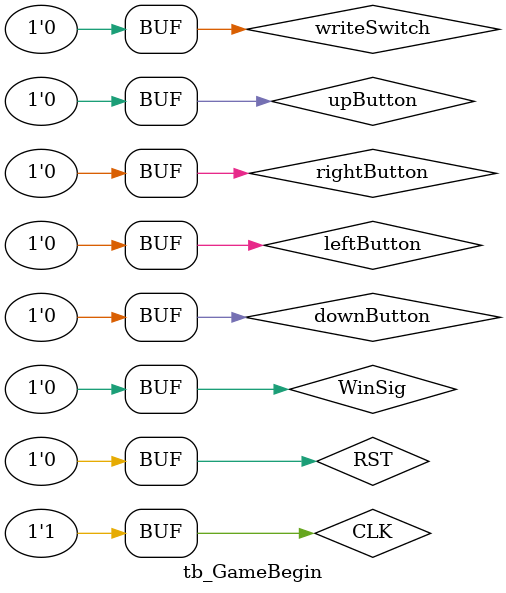
<source format=v>

`timescale 1ns/1ns

module tb_GameBegin();
	reg CLK,RST,WinSig,upButton,downButton,leftButton,rightButton,writeSwitch;
	wire gameStart;

	GameBegin DUT_GameBegin(CLK,RST,WinSig,upButton,downButton,leftButton,rightButton,writeSwitch,gameStart);

	initial
		begin
		CLK<=0;
		RST<=1;
		WinSig<=0;
		upButton<=0;
		downButton<=0;
		leftButton<=0;
		rightButton<=0;
		writeSwitch<=0;
		end

	always
		begin
		#10 CLK<=0;
		#10 CLK<=1;
		end
	
	initial 
		begin
		#25 RST<=0;
		#40
		#20 upButton<=1;
		#20 upButton<=0;
		#40
		#20 WinSig<=1;
		#20 WinSig<=0;
		#40
		#20 downButton<=1;
		#20 downButton<=0;
		#40
		#20 WinSig<=1;
		#20 WinSig<=0;
		#40
		#20 leftButton<=1;
		#20 leftButton<=0;
		#40
		#20 WinSig<=1;
		#20 WinSig<=0;
		#40
		#20 rightButton<=1;
		#20 rightButton<=0;
		#40
		#20 WinSig<=1;
		#20 WinSig<=0;
		#40
		#20 writeSwitch<=1;
		#20 writeSwitch<=0;
		#40
		#20 WinSig<=1;
		#20 WinSig<=0;
		end
endmodule
</source>
